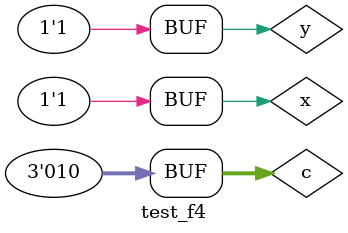
<source format=v>
	
	
	module f4 (output s, input a, input b, input [2:0] c);

	wire s_and1;
	wire s_and2;
	wire s_and3;
	wire s_and4;
	wire s_and5;
	wire s_and6;
	wire s_and7;
	wire s_and8;
	wire s_xnor1;
	wire s_xor1;
	wire s_nor1;
	wire s_or1;
	wire s_nand1;
	
	//------------------------ declarando as variaveis -------------------------------
	
	not NOT1(s_not1, a);
	and AND2(s_and2, s_not1, ~c[0], ~c[1], ~c[2]);
	
	or OR1(s_or1, a, b);
	and AND3(s_and3, s_or1, c[0], ~c[1], ~c[2]);
		
	nor NOR1(s_nor1, a, b);
	and AND4(s_and4, s_nor1, ~c[0], c[1], ~c[2]);
	
	and AND1(s_and1, a, b);
	and AND5(s_and5, s_and1, c[0], c[1], ~c[2]);
	
	nand NAND1(s_nand1, a, b);
	and AND6(s_and6, s_nand1, ~c[0], ~c[1], c[2]);
	
	xor XOR1(s_xor1, a, b);
	and AND7(s_and7, s_xor1, c[0], ~c[1], c[2]);
		
 	xnor XNOR1(s_xnor1, a, b);
	and AND8(s_and8, s_xnor1, ~c[0], c[1], c[2]);
	
	or OR2(s, s_and2, s_and3, s_and4, s_and5, s_and6, s_and7, s_and8);
	
	endmodule // f4
	
	module test_f4;
	// ------------------------- definindo os dados ------------------------------
 	reg x; 
 	reg y; 
	reg [2:0] c;
	wire s; 
	 
	f4 modulo (s, x, y, c);
	
	// ------------------------- parte principal  --------------------------------
	initial begin 
	$display("Exemplo0035 - Felipe Torres - 412738"); 
	$display("Test LU's module"); 
		
   #1 x = 1; y = 1; c = 001;
	$monitor("Resultado chave = %3b\n x = %1b \t y = %1b \t Resultado -> %1b\n", c, x, y, s);
	#1 x = 0; y = 0; c = 001;
	#1 x = 1; y = 1; c = 010;
	
	
	end
	endmodule // test_f4
</source>
